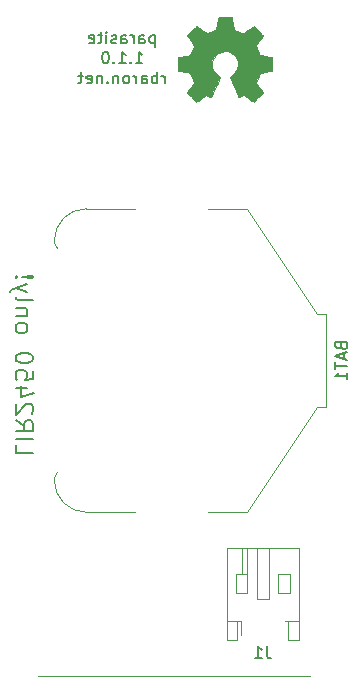
<source format=gbr>
G04 #@! TF.GenerationSoftware,KiCad,Pcbnew,(5.1.2-1)-1*
G04 #@! TF.CreationDate,2021-02-06T11:05:53+01:00*
G04 #@! TF.ProjectId,parasite,70617261-7369-4746-952e-6b696361645f,1.1.0*
G04 #@! TF.SameCoordinates,Original*
G04 #@! TF.FileFunction,Legend,Bot*
G04 #@! TF.FilePolarity,Positive*
%FSLAX46Y46*%
G04 Gerber Fmt 4.6, Leading zero omitted, Abs format (unit mm)*
G04 Created by KiCad (PCBNEW (5.1.2-1)-1) date 2021-02-06 11:05:53*
%MOMM*%
%LPD*%
G04 APERTURE LIST*
%ADD10C,0.200000*%
%ADD11C,0.120000*%
%ADD12C,0.002540*%
%ADD13C,0.150000*%
G04 APERTURE END LIST*
D10*
X104571428Y-79450000D02*
X104571428Y-80164285D01*
X106071428Y-80164285D01*
X104571428Y-78950000D02*
X106071428Y-78950000D01*
X104571428Y-77378571D02*
X105285714Y-77878571D01*
X104571428Y-78235714D02*
X106071428Y-78235714D01*
X106071428Y-77664285D01*
X106000000Y-77521428D01*
X105928571Y-77450000D01*
X105785714Y-77378571D01*
X105571428Y-77378571D01*
X105428571Y-77450000D01*
X105357142Y-77521428D01*
X105285714Y-77664285D01*
X105285714Y-78235714D01*
X105928571Y-76807142D02*
X106000000Y-76735714D01*
X106071428Y-76592857D01*
X106071428Y-76235714D01*
X106000000Y-76092857D01*
X105928571Y-76021428D01*
X105785714Y-75950000D01*
X105642857Y-75950000D01*
X105428571Y-76021428D01*
X104571428Y-76878571D01*
X104571428Y-75950000D01*
X105571428Y-74664285D02*
X104571428Y-74664285D01*
X106142857Y-75021428D02*
X105071428Y-75378571D01*
X105071428Y-74450000D01*
X106071428Y-73164285D02*
X106071428Y-73878571D01*
X105357142Y-73950000D01*
X105428571Y-73878571D01*
X105500000Y-73735714D01*
X105500000Y-73378571D01*
X105428571Y-73235714D01*
X105357142Y-73164285D01*
X105214285Y-73092857D01*
X104857142Y-73092857D01*
X104714285Y-73164285D01*
X104642857Y-73235714D01*
X104571428Y-73378571D01*
X104571428Y-73735714D01*
X104642857Y-73878571D01*
X104714285Y-73950000D01*
X106071428Y-72164285D02*
X106071428Y-72021428D01*
X106000000Y-71878571D01*
X105928571Y-71807142D01*
X105785714Y-71735714D01*
X105500000Y-71664285D01*
X105142857Y-71664285D01*
X104857142Y-71735714D01*
X104714285Y-71807142D01*
X104642857Y-71878571D01*
X104571428Y-72021428D01*
X104571428Y-72164285D01*
X104642857Y-72307142D01*
X104714285Y-72378571D01*
X104857142Y-72450000D01*
X105142857Y-72521428D01*
X105500000Y-72521428D01*
X105785714Y-72450000D01*
X105928571Y-72378571D01*
X106000000Y-72307142D01*
X106071428Y-72164285D01*
X104571428Y-69664285D02*
X104642857Y-69807142D01*
X104714285Y-69878571D01*
X104857142Y-69950000D01*
X105285714Y-69950000D01*
X105428571Y-69878571D01*
X105500000Y-69807142D01*
X105571428Y-69664285D01*
X105571428Y-69450000D01*
X105500000Y-69307142D01*
X105428571Y-69235714D01*
X105285714Y-69164285D01*
X104857142Y-69164285D01*
X104714285Y-69235714D01*
X104642857Y-69307142D01*
X104571428Y-69450000D01*
X104571428Y-69664285D01*
X105571428Y-68521428D02*
X104571428Y-68521428D01*
X105428571Y-68521428D02*
X105500000Y-68450000D01*
X105571428Y-68307142D01*
X105571428Y-68092857D01*
X105500000Y-67950000D01*
X105357142Y-67878571D01*
X104571428Y-67878571D01*
X104571428Y-66950000D02*
X104642857Y-67092857D01*
X104785714Y-67164285D01*
X106071428Y-67164285D01*
X105571428Y-66521428D02*
X104571428Y-66164285D01*
X105571428Y-65807142D02*
X104571428Y-66164285D01*
X104214285Y-66307142D01*
X104142857Y-66378571D01*
X104071428Y-66521428D01*
X104714285Y-65235714D02*
X104642857Y-65164285D01*
X104571428Y-65235714D01*
X104642857Y-65307142D01*
X104714285Y-65235714D01*
X104571428Y-65235714D01*
X105142857Y-65235714D02*
X106000000Y-65307142D01*
X106071428Y-65235714D01*
X106000000Y-65164285D01*
X105142857Y-65235714D01*
X106071428Y-65235714D01*
X116385714Y-44785714D02*
X116385714Y-45785714D01*
X116385714Y-44833333D02*
X116290476Y-44785714D01*
X116100000Y-44785714D01*
X116004761Y-44833333D01*
X115957142Y-44880952D01*
X115909523Y-44976190D01*
X115909523Y-45261904D01*
X115957142Y-45357142D01*
X116004761Y-45404761D01*
X116100000Y-45452380D01*
X116290476Y-45452380D01*
X116385714Y-45404761D01*
X115052380Y-45452380D02*
X115052380Y-44928571D01*
X115100000Y-44833333D01*
X115195238Y-44785714D01*
X115385714Y-44785714D01*
X115480952Y-44833333D01*
X115052380Y-45404761D02*
X115147619Y-45452380D01*
X115385714Y-45452380D01*
X115480952Y-45404761D01*
X115528571Y-45309523D01*
X115528571Y-45214285D01*
X115480952Y-45119047D01*
X115385714Y-45071428D01*
X115147619Y-45071428D01*
X115052380Y-45023809D01*
X114576190Y-45452380D02*
X114576190Y-44785714D01*
X114576190Y-44976190D02*
X114528571Y-44880952D01*
X114480952Y-44833333D01*
X114385714Y-44785714D01*
X114290476Y-44785714D01*
X113528571Y-45452380D02*
X113528571Y-44928571D01*
X113576190Y-44833333D01*
X113671428Y-44785714D01*
X113861904Y-44785714D01*
X113957142Y-44833333D01*
X113528571Y-45404761D02*
X113623809Y-45452380D01*
X113861904Y-45452380D01*
X113957142Y-45404761D01*
X114004761Y-45309523D01*
X114004761Y-45214285D01*
X113957142Y-45119047D01*
X113861904Y-45071428D01*
X113623809Y-45071428D01*
X113528571Y-45023809D01*
X113100000Y-45404761D02*
X113004761Y-45452380D01*
X112814285Y-45452380D01*
X112719047Y-45404761D01*
X112671428Y-45309523D01*
X112671428Y-45261904D01*
X112719047Y-45166666D01*
X112814285Y-45119047D01*
X112957142Y-45119047D01*
X113052380Y-45071428D01*
X113100000Y-44976190D01*
X113100000Y-44928571D01*
X113052380Y-44833333D01*
X112957142Y-44785714D01*
X112814285Y-44785714D01*
X112719047Y-44833333D01*
X112242857Y-45452380D02*
X112242857Y-44785714D01*
X112242857Y-44452380D02*
X112290476Y-44500000D01*
X112242857Y-44547619D01*
X112195238Y-44500000D01*
X112242857Y-44452380D01*
X112242857Y-44547619D01*
X111909523Y-44785714D02*
X111528571Y-44785714D01*
X111766666Y-44452380D02*
X111766666Y-45309523D01*
X111719047Y-45404761D01*
X111623809Y-45452380D01*
X111528571Y-45452380D01*
X110814285Y-45404761D02*
X110909523Y-45452380D01*
X111100000Y-45452380D01*
X111195238Y-45404761D01*
X111242857Y-45309523D01*
X111242857Y-44928571D01*
X111195238Y-44833333D01*
X111100000Y-44785714D01*
X110909523Y-44785714D01*
X110814285Y-44833333D01*
X110766666Y-44928571D01*
X110766666Y-45023809D01*
X111242857Y-45119047D01*
X114742857Y-47152380D02*
X115314285Y-47152380D01*
X115028571Y-47152380D02*
X115028571Y-46152380D01*
X115123809Y-46295238D01*
X115219047Y-46390476D01*
X115314285Y-46438095D01*
X114314285Y-47057142D02*
X114266666Y-47104761D01*
X114314285Y-47152380D01*
X114361904Y-47104761D01*
X114314285Y-47057142D01*
X114314285Y-47152380D01*
X113314285Y-47152380D02*
X113885714Y-47152380D01*
X113600000Y-47152380D02*
X113600000Y-46152380D01*
X113695238Y-46295238D01*
X113790476Y-46390476D01*
X113885714Y-46438095D01*
X112885714Y-47057142D02*
X112838095Y-47104761D01*
X112885714Y-47152380D01*
X112933333Y-47104761D01*
X112885714Y-47057142D01*
X112885714Y-47152380D01*
X112219047Y-46152380D02*
X112123809Y-46152380D01*
X112028571Y-46200000D01*
X111980952Y-46247619D01*
X111933333Y-46342857D01*
X111885714Y-46533333D01*
X111885714Y-46771428D01*
X111933333Y-46961904D01*
X111980952Y-47057142D01*
X112028571Y-47104761D01*
X112123809Y-47152380D01*
X112219047Y-47152380D01*
X112314285Y-47104761D01*
X112361904Y-47057142D01*
X112409523Y-46961904D01*
X112457142Y-46771428D01*
X112457142Y-46533333D01*
X112409523Y-46342857D01*
X112361904Y-46247619D01*
X112314285Y-46200000D01*
X112219047Y-46152380D01*
X117195238Y-48852380D02*
X117195238Y-48185714D01*
X117195238Y-48376190D02*
X117147619Y-48280952D01*
X117100000Y-48233333D01*
X117004761Y-48185714D01*
X116909523Y-48185714D01*
X116576190Y-48852380D02*
X116576190Y-47852380D01*
X116576190Y-48233333D02*
X116480952Y-48185714D01*
X116290476Y-48185714D01*
X116195238Y-48233333D01*
X116147619Y-48280952D01*
X116100000Y-48376190D01*
X116100000Y-48661904D01*
X116147619Y-48757142D01*
X116195238Y-48804761D01*
X116290476Y-48852380D01*
X116480952Y-48852380D01*
X116576190Y-48804761D01*
X115242857Y-48852380D02*
X115242857Y-48328571D01*
X115290476Y-48233333D01*
X115385714Y-48185714D01*
X115576190Y-48185714D01*
X115671428Y-48233333D01*
X115242857Y-48804761D02*
X115338095Y-48852380D01*
X115576190Y-48852380D01*
X115671428Y-48804761D01*
X115719047Y-48709523D01*
X115719047Y-48614285D01*
X115671428Y-48519047D01*
X115576190Y-48471428D01*
X115338095Y-48471428D01*
X115242857Y-48423809D01*
X114766666Y-48852380D02*
X114766666Y-48185714D01*
X114766666Y-48376190D02*
X114719047Y-48280952D01*
X114671428Y-48233333D01*
X114576190Y-48185714D01*
X114480952Y-48185714D01*
X114004761Y-48852380D02*
X114100000Y-48804761D01*
X114147619Y-48757142D01*
X114195238Y-48661904D01*
X114195238Y-48376190D01*
X114147619Y-48280952D01*
X114100000Y-48233333D01*
X114004761Y-48185714D01*
X113861904Y-48185714D01*
X113766666Y-48233333D01*
X113719047Y-48280952D01*
X113671428Y-48376190D01*
X113671428Y-48661904D01*
X113719047Y-48757142D01*
X113766666Y-48804761D01*
X113861904Y-48852380D01*
X114004761Y-48852380D01*
X113242857Y-48185714D02*
X113242857Y-48852380D01*
X113242857Y-48280952D02*
X113195238Y-48233333D01*
X113100000Y-48185714D01*
X112957142Y-48185714D01*
X112861904Y-48233333D01*
X112814285Y-48328571D01*
X112814285Y-48852380D01*
X112338095Y-48757142D02*
X112290476Y-48804761D01*
X112338095Y-48852380D01*
X112385714Y-48804761D01*
X112338095Y-48757142D01*
X112338095Y-48852380D01*
X111861904Y-48185714D02*
X111861904Y-48852380D01*
X111861904Y-48280952D02*
X111814285Y-48233333D01*
X111719047Y-48185714D01*
X111576190Y-48185714D01*
X111480952Y-48233333D01*
X111433333Y-48328571D01*
X111433333Y-48852380D01*
X110576190Y-48804761D02*
X110671428Y-48852380D01*
X110861904Y-48852380D01*
X110957142Y-48804761D01*
X111004761Y-48709523D01*
X111004761Y-48328571D01*
X110957142Y-48233333D01*
X110861904Y-48185714D01*
X110671428Y-48185714D01*
X110576190Y-48233333D01*
X110528571Y-48328571D01*
X110528571Y-48423809D01*
X111004761Y-48519047D01*
X110242857Y-48185714D02*
X109861904Y-48185714D01*
X110100000Y-47852380D02*
X110100000Y-48709523D01*
X110052380Y-48804761D01*
X109957142Y-48852380D01*
X109861904Y-48852380D01*
D11*
X106500000Y-99000000D02*
X129500000Y-99000000D01*
D12*
G36*
X119876840Y-50391560D02*
G01*
X119917480Y-50371240D01*
X120011460Y-50312820D01*
X120146080Y-50223920D01*
X120303560Y-50119780D01*
X120461040Y-50010560D01*
X120590580Y-49924200D01*
X120682020Y-49865780D01*
X120720120Y-49845460D01*
X120740440Y-49850540D01*
X120816640Y-49888640D01*
X120925860Y-49944520D01*
X120989360Y-49977540D01*
X121088420Y-50020720D01*
X121139220Y-50030880D01*
X121146840Y-50015640D01*
X121184940Y-49939440D01*
X121240820Y-49807360D01*
X121317020Y-49634640D01*
X121403380Y-49431440D01*
X121497360Y-49213000D01*
X121588800Y-48989480D01*
X121677700Y-48776120D01*
X121756440Y-48585620D01*
X121819940Y-48430680D01*
X121860580Y-48321460D01*
X121875820Y-48275740D01*
X121870740Y-48265580D01*
X121819940Y-48217320D01*
X121733580Y-48151280D01*
X121543080Y-47996340D01*
X121357660Y-47762660D01*
X121243360Y-47498500D01*
X121205260Y-47203860D01*
X121238280Y-46932080D01*
X121344960Y-46670460D01*
X121527840Y-46434240D01*
X121748820Y-46258980D01*
X122007900Y-46147220D01*
X122300000Y-46111660D01*
X122579400Y-46142140D01*
X122846100Y-46248820D01*
X123082320Y-46429160D01*
X123181380Y-46543460D01*
X123318540Y-46782220D01*
X123397280Y-47038760D01*
X123404900Y-47102260D01*
X123394740Y-47384200D01*
X123310920Y-47653440D01*
X123163600Y-47894740D01*
X122957860Y-48090320D01*
X122929920Y-48110640D01*
X122835940Y-48181760D01*
X122772440Y-48230020D01*
X122721640Y-48270660D01*
X123079780Y-49131720D01*
X123135660Y-49268880D01*
X123234720Y-49505100D01*
X123321080Y-49708300D01*
X123389660Y-49868320D01*
X123437920Y-49977540D01*
X123458240Y-50020720D01*
X123460780Y-50023260D01*
X123491260Y-50028340D01*
X123557300Y-50002940D01*
X123676680Y-49944520D01*
X123757960Y-49903880D01*
X123849400Y-49860700D01*
X123890040Y-49845460D01*
X123925600Y-49863240D01*
X124011960Y-49921660D01*
X124141500Y-50005480D01*
X124293900Y-50109620D01*
X124441220Y-50211220D01*
X124575840Y-50300120D01*
X124674900Y-50361080D01*
X124723160Y-50389020D01*
X124730780Y-50389020D01*
X124771420Y-50363620D01*
X124850160Y-50300120D01*
X124967000Y-50188360D01*
X125132100Y-50025800D01*
X125157500Y-50000400D01*
X125294660Y-49860700D01*
X125406420Y-49743860D01*
X125480080Y-49662580D01*
X125505480Y-49624480D01*
X125482620Y-49576220D01*
X125419120Y-49479700D01*
X125330220Y-49342540D01*
X125221000Y-49182520D01*
X124936520Y-48768500D01*
X125094000Y-48377340D01*
X125142260Y-48257960D01*
X125203220Y-48113180D01*
X125246400Y-48009040D01*
X125271800Y-47963320D01*
X125312440Y-47948080D01*
X125421660Y-47922680D01*
X125576600Y-47889660D01*
X125759480Y-47856640D01*
X125937280Y-47823620D01*
X126097300Y-47793140D01*
X126211600Y-47770280D01*
X126262400Y-47760120D01*
X126275100Y-47752500D01*
X126285260Y-47727100D01*
X126292880Y-47673760D01*
X126295420Y-47577240D01*
X126297960Y-47424840D01*
X126297960Y-47203860D01*
X126297960Y-47181000D01*
X126295420Y-46970180D01*
X126292880Y-46802540D01*
X126287800Y-46693320D01*
X126280180Y-46650140D01*
X126229380Y-46637440D01*
X126117620Y-46614580D01*
X125957600Y-46581560D01*
X125767100Y-46546000D01*
X125756940Y-46543460D01*
X125566440Y-46507900D01*
X125408960Y-46474880D01*
X125297200Y-46449480D01*
X125251480Y-46434240D01*
X125241320Y-46421540D01*
X125203220Y-46347880D01*
X125147340Y-46231040D01*
X125086380Y-46086260D01*
X125022880Y-45938940D01*
X124969540Y-45804320D01*
X124933980Y-45705260D01*
X124923820Y-45659540D01*
X124951760Y-45613820D01*
X125017800Y-45514760D01*
X125109240Y-45380140D01*
X125221000Y-45217580D01*
X125228620Y-45204880D01*
X125337840Y-45044860D01*
X125426740Y-44910240D01*
X125485160Y-44813720D01*
X125505480Y-44770540D01*
X125505480Y-44768000D01*
X125469920Y-44719740D01*
X125388640Y-44630840D01*
X125271800Y-44508920D01*
X125132100Y-44366680D01*
X125086380Y-44323500D01*
X124931440Y-44171100D01*
X124824760Y-44072040D01*
X124756180Y-44018700D01*
X124723160Y-44006000D01*
X124723160Y-44008540D01*
X124674900Y-44036480D01*
X124573300Y-44102520D01*
X124436140Y-44196500D01*
X124273580Y-44305720D01*
X124263420Y-44313340D01*
X124103400Y-44422560D01*
X123971320Y-44511460D01*
X123874800Y-44574960D01*
X123834160Y-44600360D01*
X123826540Y-44600360D01*
X123763040Y-44580040D01*
X123648740Y-44541940D01*
X123509040Y-44486060D01*
X123361720Y-44427640D01*
X123227100Y-44371760D01*
X123125500Y-44323500D01*
X123077240Y-44298100D01*
X123077240Y-44295560D01*
X123059460Y-44237140D01*
X123031520Y-44117760D01*
X122998500Y-43952660D01*
X122960400Y-43757080D01*
X122955320Y-43726600D01*
X122919760Y-43536100D01*
X122889280Y-43378620D01*
X122866420Y-43269400D01*
X122853720Y-43223680D01*
X122828320Y-43218600D01*
X122734340Y-43210980D01*
X122592100Y-43208440D01*
X122419380Y-43205900D01*
X122239040Y-43208440D01*
X122063780Y-43210980D01*
X121911380Y-43216060D01*
X121804700Y-43223680D01*
X121758980Y-43233840D01*
X121756440Y-43236380D01*
X121741200Y-43294800D01*
X121715800Y-43414180D01*
X121680240Y-43579280D01*
X121642140Y-43777400D01*
X121637060Y-43810420D01*
X121601500Y-44000920D01*
X121568480Y-44155860D01*
X121545620Y-44265080D01*
X121532920Y-44305720D01*
X121517680Y-44315880D01*
X121438940Y-44348900D01*
X121311940Y-44402240D01*
X121151920Y-44465740D01*
X120786160Y-44615600D01*
X120339120Y-44305720D01*
X120295940Y-44277780D01*
X120135920Y-44168560D01*
X120001300Y-44079660D01*
X119909860Y-44021240D01*
X119871760Y-43998380D01*
X119869220Y-44000920D01*
X119823500Y-44039020D01*
X119734600Y-44122840D01*
X119612680Y-44242220D01*
X119472980Y-44381920D01*
X119368840Y-44486060D01*
X119244380Y-44613060D01*
X119165640Y-44696880D01*
X119122460Y-44752760D01*
X119107220Y-44785780D01*
X119112300Y-44806100D01*
X119140240Y-44851820D01*
X119206280Y-44950880D01*
X119297720Y-45088040D01*
X119406940Y-45245520D01*
X119498380Y-45380140D01*
X119594900Y-45530000D01*
X119658400Y-45636680D01*
X119681260Y-45690020D01*
X119676180Y-45712880D01*
X119643160Y-45799240D01*
X119589820Y-45933860D01*
X119523780Y-46091340D01*
X119366300Y-46446940D01*
X119132620Y-46490120D01*
X118992920Y-46518060D01*
X118794800Y-46556160D01*
X118606840Y-46591720D01*
X118312200Y-46650140D01*
X118302040Y-47732180D01*
X118347760Y-47752500D01*
X118390940Y-47765200D01*
X118500160Y-47788060D01*
X118655100Y-47818540D01*
X118840520Y-47854100D01*
X118995460Y-47884580D01*
X119155480Y-47912520D01*
X119267240Y-47935380D01*
X119318040Y-47945540D01*
X119330740Y-47963320D01*
X119371380Y-48039520D01*
X119427260Y-48161440D01*
X119488220Y-48308760D01*
X119551720Y-48458620D01*
X119607600Y-48598320D01*
X119648240Y-48705000D01*
X119660940Y-48760880D01*
X119640620Y-48804060D01*
X119579660Y-48895500D01*
X119493300Y-49027580D01*
X119386620Y-49185060D01*
X119277400Y-49342540D01*
X119188500Y-49477160D01*
X119125000Y-49573680D01*
X119099600Y-49616860D01*
X119112300Y-49647340D01*
X119173260Y-49723540D01*
X119292640Y-49845460D01*
X119467900Y-50020720D01*
X119498380Y-50048660D01*
X119638080Y-50183280D01*
X119757460Y-50292500D01*
X119838740Y-50366160D01*
X119876840Y-50391560D01*
X119876840Y-50391560D01*
G37*
X119876840Y-50391560D02*
X119917480Y-50371240D01*
X120011460Y-50312820D01*
X120146080Y-50223920D01*
X120303560Y-50119780D01*
X120461040Y-50010560D01*
X120590580Y-49924200D01*
X120682020Y-49865780D01*
X120720120Y-49845460D01*
X120740440Y-49850540D01*
X120816640Y-49888640D01*
X120925860Y-49944520D01*
X120989360Y-49977540D01*
X121088420Y-50020720D01*
X121139220Y-50030880D01*
X121146840Y-50015640D01*
X121184940Y-49939440D01*
X121240820Y-49807360D01*
X121317020Y-49634640D01*
X121403380Y-49431440D01*
X121497360Y-49213000D01*
X121588800Y-48989480D01*
X121677700Y-48776120D01*
X121756440Y-48585620D01*
X121819940Y-48430680D01*
X121860580Y-48321460D01*
X121875820Y-48275740D01*
X121870740Y-48265580D01*
X121819940Y-48217320D01*
X121733580Y-48151280D01*
X121543080Y-47996340D01*
X121357660Y-47762660D01*
X121243360Y-47498500D01*
X121205260Y-47203860D01*
X121238280Y-46932080D01*
X121344960Y-46670460D01*
X121527840Y-46434240D01*
X121748820Y-46258980D01*
X122007900Y-46147220D01*
X122300000Y-46111660D01*
X122579400Y-46142140D01*
X122846100Y-46248820D01*
X123082320Y-46429160D01*
X123181380Y-46543460D01*
X123318540Y-46782220D01*
X123397280Y-47038760D01*
X123404900Y-47102260D01*
X123394740Y-47384200D01*
X123310920Y-47653440D01*
X123163600Y-47894740D01*
X122957860Y-48090320D01*
X122929920Y-48110640D01*
X122835940Y-48181760D01*
X122772440Y-48230020D01*
X122721640Y-48270660D01*
X123079780Y-49131720D01*
X123135660Y-49268880D01*
X123234720Y-49505100D01*
X123321080Y-49708300D01*
X123389660Y-49868320D01*
X123437920Y-49977540D01*
X123458240Y-50020720D01*
X123460780Y-50023260D01*
X123491260Y-50028340D01*
X123557300Y-50002940D01*
X123676680Y-49944520D01*
X123757960Y-49903880D01*
X123849400Y-49860700D01*
X123890040Y-49845460D01*
X123925600Y-49863240D01*
X124011960Y-49921660D01*
X124141500Y-50005480D01*
X124293900Y-50109620D01*
X124441220Y-50211220D01*
X124575840Y-50300120D01*
X124674900Y-50361080D01*
X124723160Y-50389020D01*
X124730780Y-50389020D01*
X124771420Y-50363620D01*
X124850160Y-50300120D01*
X124967000Y-50188360D01*
X125132100Y-50025800D01*
X125157500Y-50000400D01*
X125294660Y-49860700D01*
X125406420Y-49743860D01*
X125480080Y-49662580D01*
X125505480Y-49624480D01*
X125482620Y-49576220D01*
X125419120Y-49479700D01*
X125330220Y-49342540D01*
X125221000Y-49182520D01*
X124936520Y-48768500D01*
X125094000Y-48377340D01*
X125142260Y-48257960D01*
X125203220Y-48113180D01*
X125246400Y-48009040D01*
X125271800Y-47963320D01*
X125312440Y-47948080D01*
X125421660Y-47922680D01*
X125576600Y-47889660D01*
X125759480Y-47856640D01*
X125937280Y-47823620D01*
X126097300Y-47793140D01*
X126211600Y-47770280D01*
X126262400Y-47760120D01*
X126275100Y-47752500D01*
X126285260Y-47727100D01*
X126292880Y-47673760D01*
X126295420Y-47577240D01*
X126297960Y-47424840D01*
X126297960Y-47203860D01*
X126297960Y-47181000D01*
X126295420Y-46970180D01*
X126292880Y-46802540D01*
X126287800Y-46693320D01*
X126280180Y-46650140D01*
X126229380Y-46637440D01*
X126117620Y-46614580D01*
X125957600Y-46581560D01*
X125767100Y-46546000D01*
X125756940Y-46543460D01*
X125566440Y-46507900D01*
X125408960Y-46474880D01*
X125297200Y-46449480D01*
X125251480Y-46434240D01*
X125241320Y-46421540D01*
X125203220Y-46347880D01*
X125147340Y-46231040D01*
X125086380Y-46086260D01*
X125022880Y-45938940D01*
X124969540Y-45804320D01*
X124933980Y-45705260D01*
X124923820Y-45659540D01*
X124951760Y-45613820D01*
X125017800Y-45514760D01*
X125109240Y-45380140D01*
X125221000Y-45217580D01*
X125228620Y-45204880D01*
X125337840Y-45044860D01*
X125426740Y-44910240D01*
X125485160Y-44813720D01*
X125505480Y-44770540D01*
X125505480Y-44768000D01*
X125469920Y-44719740D01*
X125388640Y-44630840D01*
X125271800Y-44508920D01*
X125132100Y-44366680D01*
X125086380Y-44323500D01*
X124931440Y-44171100D01*
X124824760Y-44072040D01*
X124756180Y-44018700D01*
X124723160Y-44006000D01*
X124723160Y-44008540D01*
X124674900Y-44036480D01*
X124573300Y-44102520D01*
X124436140Y-44196500D01*
X124273580Y-44305720D01*
X124263420Y-44313340D01*
X124103400Y-44422560D01*
X123971320Y-44511460D01*
X123874800Y-44574960D01*
X123834160Y-44600360D01*
X123826540Y-44600360D01*
X123763040Y-44580040D01*
X123648740Y-44541940D01*
X123509040Y-44486060D01*
X123361720Y-44427640D01*
X123227100Y-44371760D01*
X123125500Y-44323500D01*
X123077240Y-44298100D01*
X123077240Y-44295560D01*
X123059460Y-44237140D01*
X123031520Y-44117760D01*
X122998500Y-43952660D01*
X122960400Y-43757080D01*
X122955320Y-43726600D01*
X122919760Y-43536100D01*
X122889280Y-43378620D01*
X122866420Y-43269400D01*
X122853720Y-43223680D01*
X122828320Y-43218600D01*
X122734340Y-43210980D01*
X122592100Y-43208440D01*
X122419380Y-43205900D01*
X122239040Y-43208440D01*
X122063780Y-43210980D01*
X121911380Y-43216060D01*
X121804700Y-43223680D01*
X121758980Y-43233840D01*
X121756440Y-43236380D01*
X121741200Y-43294800D01*
X121715800Y-43414180D01*
X121680240Y-43579280D01*
X121642140Y-43777400D01*
X121637060Y-43810420D01*
X121601500Y-44000920D01*
X121568480Y-44155860D01*
X121545620Y-44265080D01*
X121532920Y-44305720D01*
X121517680Y-44315880D01*
X121438940Y-44348900D01*
X121311940Y-44402240D01*
X121151920Y-44465740D01*
X120786160Y-44615600D01*
X120339120Y-44305720D01*
X120295940Y-44277780D01*
X120135920Y-44168560D01*
X120001300Y-44079660D01*
X119909860Y-44021240D01*
X119871760Y-43998380D01*
X119869220Y-44000920D01*
X119823500Y-44039020D01*
X119734600Y-44122840D01*
X119612680Y-44242220D01*
X119472980Y-44381920D01*
X119368840Y-44486060D01*
X119244380Y-44613060D01*
X119165640Y-44696880D01*
X119122460Y-44752760D01*
X119107220Y-44785780D01*
X119112300Y-44806100D01*
X119140240Y-44851820D01*
X119206280Y-44950880D01*
X119297720Y-45088040D01*
X119406940Y-45245520D01*
X119498380Y-45380140D01*
X119594900Y-45530000D01*
X119658400Y-45636680D01*
X119681260Y-45690020D01*
X119676180Y-45712880D01*
X119643160Y-45799240D01*
X119589820Y-45933860D01*
X119523780Y-46091340D01*
X119366300Y-46446940D01*
X119132620Y-46490120D01*
X118992920Y-46518060D01*
X118794800Y-46556160D01*
X118606840Y-46591720D01*
X118312200Y-46650140D01*
X118302040Y-47732180D01*
X118347760Y-47752500D01*
X118390940Y-47765200D01*
X118500160Y-47788060D01*
X118655100Y-47818540D01*
X118840520Y-47854100D01*
X118995460Y-47884580D01*
X119155480Y-47912520D01*
X119267240Y-47935380D01*
X119318040Y-47945540D01*
X119330740Y-47963320D01*
X119371380Y-48039520D01*
X119427260Y-48161440D01*
X119488220Y-48308760D01*
X119551720Y-48458620D01*
X119607600Y-48598320D01*
X119648240Y-48705000D01*
X119660940Y-48760880D01*
X119640620Y-48804060D01*
X119579660Y-48895500D01*
X119493300Y-49027580D01*
X119386620Y-49185060D01*
X119277400Y-49342540D01*
X119188500Y-49477160D01*
X119125000Y-49573680D01*
X119099600Y-49616860D01*
X119112300Y-49647340D01*
X119173260Y-49723540D01*
X119292640Y-49845460D01*
X119467900Y-50020720D01*
X119498380Y-50048660D01*
X119638080Y-50183280D01*
X119757460Y-50292500D01*
X119838740Y-50366160D01*
X119876840Y-50391560D01*
D11*
X108128249Y-62821751D02*
G75*
G02X107850000Y-62150000I671751J671751D01*
G01*
X108128249Y-81778249D02*
G75*
G03X107850000Y-82450000I671751J-671751D01*
G01*
X110550000Y-85150000D02*
G75*
G02X107850000Y-82450000I0J2700000D01*
G01*
X110550000Y-59450000D02*
G75*
G03X107850000Y-62150000I0J-2700000D01*
G01*
X114700000Y-59450000D02*
X110500000Y-59450000D01*
X114700000Y-85150000D02*
X110500000Y-85150000D01*
X124200000Y-59450000D02*
X120900000Y-59450000D01*
X130050000Y-68350000D02*
X124200000Y-59450000D01*
X130850000Y-68350000D02*
X130050000Y-68350000D01*
X130850000Y-76250000D02*
X130850000Y-68350000D01*
X130850000Y-76250000D02*
X130050000Y-76250000D01*
X130050000Y-76250000D02*
X124200000Y-85150000D01*
X124200000Y-85150000D02*
X120900000Y-85150000D01*
X123640000Y-94360000D02*
X123640000Y-95575000D01*
X123700000Y-90400000D02*
X123700000Y-88140000D01*
X124200000Y-90400000D02*
X124200000Y-88140000D01*
X126800000Y-92000000D02*
X127800000Y-92000000D01*
X126800000Y-90400000D02*
X126800000Y-92000000D01*
X127800000Y-90400000D02*
X126800000Y-90400000D01*
X127800000Y-92000000D02*
X127800000Y-90400000D01*
X124200000Y-92000000D02*
X123200000Y-92000000D01*
X124200000Y-90400000D02*
X124200000Y-92000000D01*
X123200000Y-90400000D02*
X124200000Y-90400000D01*
X123200000Y-92000000D02*
X123200000Y-90400000D01*
X128560000Y-94360000D02*
X127640000Y-94360000D01*
X122440000Y-94360000D02*
X123360000Y-94360000D01*
X126000000Y-92500000D02*
X126000000Y-88140000D01*
X125000000Y-92500000D02*
X126000000Y-92500000D01*
X125000000Y-88140000D02*
X125000000Y-92500000D01*
X127640000Y-94360000D02*
X127360000Y-94360000D01*
X127640000Y-95960000D02*
X127640000Y-94360000D01*
X128560000Y-95960000D02*
X127640000Y-95960000D01*
X128560000Y-88140000D02*
X128560000Y-95960000D01*
X122440000Y-88140000D02*
X128560000Y-88140000D01*
X122440000Y-95960000D02*
X122440000Y-88140000D01*
X123360000Y-95960000D02*
X122440000Y-95960000D01*
X123360000Y-94360000D02*
X123360000Y-95960000D01*
X123640000Y-94360000D02*
X123360000Y-94360000D01*
D13*
X132128571Y-71085714D02*
X132176190Y-71228571D01*
X132223809Y-71276190D01*
X132319047Y-71323809D01*
X132461904Y-71323809D01*
X132557142Y-71276190D01*
X132604761Y-71228571D01*
X132652380Y-71133333D01*
X132652380Y-70752380D01*
X131652380Y-70752380D01*
X131652380Y-71085714D01*
X131700000Y-71180952D01*
X131747619Y-71228571D01*
X131842857Y-71276190D01*
X131938095Y-71276190D01*
X132033333Y-71228571D01*
X132080952Y-71180952D01*
X132128571Y-71085714D01*
X132128571Y-70752380D01*
X132366666Y-71704761D02*
X132366666Y-72180952D01*
X132652380Y-71609523D02*
X131652380Y-71942857D01*
X132652380Y-72276190D01*
X131652380Y-72466666D02*
X131652380Y-73038095D01*
X132652380Y-72752380D02*
X131652380Y-72752380D01*
X132652380Y-73895238D02*
X132652380Y-73323809D01*
X132652380Y-73609523D02*
X131652380Y-73609523D01*
X131795238Y-73514285D01*
X131890476Y-73419047D01*
X131938095Y-73323809D01*
X125833333Y-96502380D02*
X125833333Y-97216666D01*
X125880952Y-97359523D01*
X125976190Y-97454761D01*
X126119047Y-97502380D01*
X126214285Y-97502380D01*
X124833333Y-97502380D02*
X125404761Y-97502380D01*
X125119047Y-97502380D02*
X125119047Y-96502380D01*
X125214285Y-96645238D01*
X125309523Y-96740476D01*
X125404761Y-96788095D01*
M02*

</source>
